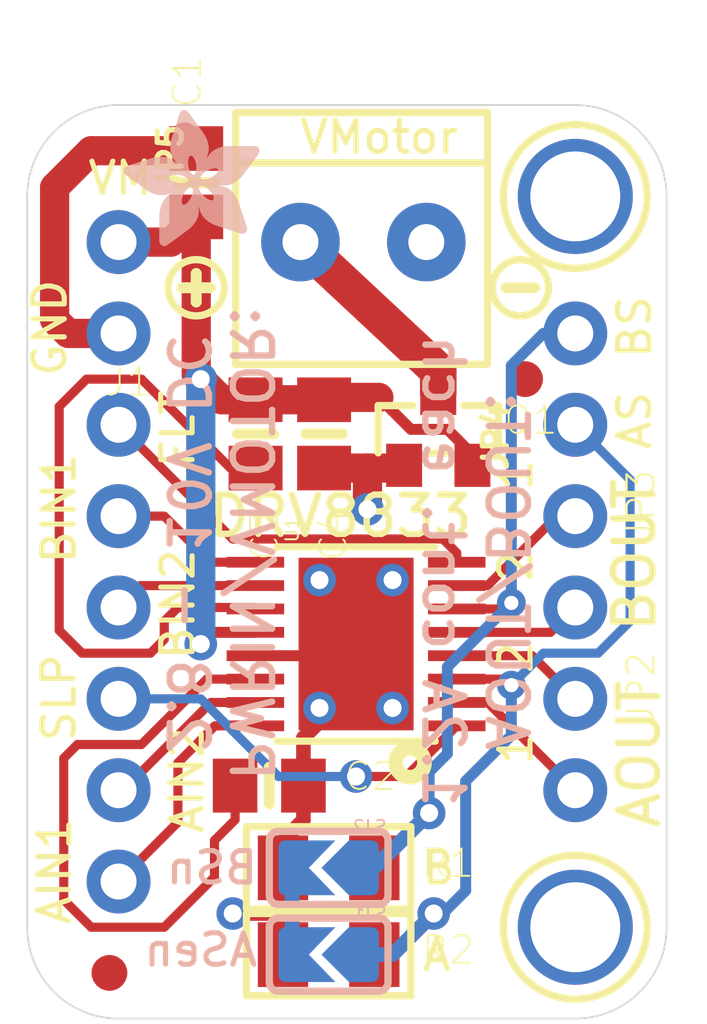
<source format=kicad_pcb>
(kicad_pcb (version 20211014) (generator pcbnew)
  (layers (0 "F.Cu" signal) (31 "B.Cu" signal) (34 "B.Paste" user) (35 "F.Paste" user) (36 "B.SilkS" user "B.Silkscreen") (37 "F.SilkS" user "F.Silkscreen") (38 "B.Mask" user) (39 "F.Mask" user) (44 "Edge.Cuts" user))
  (net 0 "")
  (net 1 "BSEN")
  (net 2 "GND")
  (net 3 "ASEN")
  (net 4 "PWRIN")
  (net 5 "VMOTOR")
  (net 6 "AOUT1")
  (net 7 "AOUT2")
  (net 8 "BOUT2")
  (net 9 "BOUT1")
  (net 10 "VINT")
  (net 11 "N$8")
  (net 12 "~{SLEEP}")
  (net 13 "AIN1")
  (net 14 "AIN2")
  (net 15 "BIN1")
  (net 16 "BIN2")
  (net 17 "NFAULT")
  (footprint "boardEagle:1X02_ROUND" (layer "F.Cu") (at 154.8511 110.0836 -90)
    (fp_text reference "JP2" (at -2.6162 -1.8288 90) (layer "F.SilkS") (effects (font (size 0.74615 0.74615) (thickness 0.06665)) (justify right)))
    (fp_text value "")
    (pad "1" thru_hole circle (at -1.27 0) (size 1.778 1.778) (drill 1) (layers *.Cu *.Mask) (net 7 "AOUT2"))
    (pad "2" thru_hole circle (at 1.27 0) (size 1.778 1.778) (drill 1) (layers *.Cu *.Mask) (net 6 "AOUT1"))
  )
  (footprint "boardEagle:SYMBOL_MINUS" (layer "F.Cu") (at 153.3271 97.3836)
    (fp_text reference "U$16" hide)
    (fp_text value "" hide)
  )
  (footprint "boardEagle:HTSSOP16" (layer "F.Cu") (at 148.7551 107.2896 90)
    (fp_text reference "U1" (at 2.794 -1.778 90) (layer "F.SilkS") (effects (font (size 0.35308 0.35308) (thickness 0.05332)) (justify left)))
    (fp_text value "DRV8833PWPR")
    (pad "1" smd rect (at -2.275 2.8 90) (size 0.3 1.6) (layers "F.Cu" "F.Paste" "F.Mask") (net 12 "~{SLEEP}"))
    (pad "2" smd rect (at -1.625 2.8 90) (size 0.3 1.6) (layers "F.Cu" "F.Paste" "F.Mask") (net 6 "AOUT1"))
    (pad "3" smd rect (at -0.975 2.8 90) (size 0.3 1.6) (layers "F.Cu" "F.Paste" "F.Mask") (net 3 "ASEN"))
    (pad "4" smd rect (at -0.325 2.8 90) (size 0.3 1.6) (layers "F.Cu" "F.Paste" "F.Mask") (net 7 "AOUT2"))
    (pad "5" smd rect (at 0.325 2.8 90) (size 0.3 1.6) (layers "F.Cu" "F.Paste" "F.Mask") (net 8 "BOUT2"))
    (pad "6" smd rect (at 0.975 2.8 90) (size 0.3 1.6) (layers "F.Cu" "F.Paste" "F.Mask") (net 1 "BSEN"))
    (pad "7" smd rect (at 1.625 2.8 90) (size 0.3 1.6) (layers "F.Cu" "F.Paste" "F.Mask") (net 9 "BOUT1"))
    (pad "8" smd rect (at 2.275 2.8 90) (size 0.3 1.6) (layers "F.Cu" "F.Paste" "F.Mask") (net 17 "NFAULT"))
    (pad "9" smd rect (at 2.275 -2.8 90) (size 0.3 1.6) (layers "F.Cu" "F.Paste" "F.Mask") (net 15 "BIN1"))
    (pad "10" smd rect (at 1.625 -2.8 90) (size 0.3 1.6) (layers "F.Cu" "F.Paste" "F.Mask") (net 16 "BIN2"))
    (pad "11" smd rect (at 0.975 -2.8 90) (size 0.3 1.6) (layers "F.Cu" "F.Paste" "F.Mask") (net 11 "N$8"))
    (pad "12" smd rect (at 0.325 -2.8 90) (size 0.3 1.6) (layers "F.Cu" "F.Paste" "F.Mask") (net 5 "VMOTOR"))
    (pad "13" smd rect (at -0.325 -2.8 90) (size 0.3 1.6) (layers "F.Cu" "F.Paste" "F.Mask") (net 2 "GND"))
    (pad "14" smd rect (at -0.975 -2.8 90) (size 0.3 1.6) (layers "F.Cu" "F.Paste" "F.Mask") (net 10 "VINT"))
    (pad "15" smd rect (at -1.625 -2.8 90) (size 0.3 1.6) (layers "F.Cu" "F.Paste" "F.Mask") (net 14 "AIN2"))
    (pad "16" smd rect (at -2.275 -2.8 90) (size 0.3 1.6) (layers "F.Cu" "F.Paste" "F.Mask") (net 13 "AIN1"))
    (pad "PPAD" smd rect (at 0 0 90) (size 4.8 3.2) (layers "F.Cu" "F.Mask") (net 2 "GND"))
  )
  (footprint "boardEagle:MOUNTINGHOLE_2.5_PLATED" (layer "F.Cu") (at 154.8511 94.8436)
    (fp_text reference "U$13" hide)
    (fp_text value "MOUNTINGHOLE2.5" hide)
    (pad "P$1" thru_hole circle (at 0 0) (size 3.2 3.2) (drill 2.5) (layers *.Cu *.Mask))
  )
  (footprint "boardEagle:FIDUCIAL_1MM" (layer "F.Cu") (at 141.8971 116.4336)
    (fp_text reference "FID2" hide)
    (fp_text value "FIDUCIAL\"\"" hide)
    (pad "1" smd roundrect (at 0 0) (size 1 1) (layers "F.Cu" "F.Mask") (roundrect_rratio 0.5))
  )
  (footprint "boardEagle:_1206" (layer "F.Cu") (at 147.9931 115.9256)
    (fp_text reference "R2" (at 2.54 -0.127) (layer "F.SilkS") (effects (font (size 0.75948 0.75948) (thickness 0.05332)) (justify left)))
    (fp_text value "0.2Ω")
    (pad "1" smd rect (at -1.27 0) (size 1.4 1.8) (layers "F.Cu" "F.Paste" "F.Mask") (net 2 "GND"))
    (pad "2" smd rect (at 1.27 0) (size 1.4 1.8) (layers "F.Cu" "F.Paste" "F.Mask") (net 3 "ASEN"))
  )
  (footprint "boardEagle:1X08_ROUND_70" (layer "F.Cu") (at 142.1511 105.0036 -90)
    (fp_text reference "JP5" (at -10.2362 -1.8288 -90) (layer "F.SilkS") (effects (font (size 0.666496 0.666496) (thickness 0.146304)) (justify left bottom)))
    (fp_text value "")
    (pad "1" thru_hole circle (at -8.89 0) (size 1.778 1.778) (drill 1) (layers *.Cu *.Mask) (net 5 "VMOTOR"))
    (pad "2" thru_hole circle (at -6.35 0) (size 1.778 1.778) (drill 1) (layers *.Cu *.Mask) (net 2 "GND"))
    (pad "3" thru_hole circle (at -3.81 0) (size 1.778 1.778) (drill 1) (layers *.Cu *.Mask) (net 17 "NFAULT"))
    (pad "4" thru_hole circle (at -1.27 0) (size 1.778 1.778) (drill 1) (layers *.Cu *.Mask) (net 15 "BIN1"))
    (pad "5" thru_hole circle (at 1.27 0) (size 1.778 1.778) (drill 1) (layers *.Cu *.Mask) (net 16 "BIN2"))
    (pad "6" thru_hole circle (at 3.81 0) (size 1.778 1.778) (drill 1) (layers *.Cu *.Mask) (net 12 "~{SLEEP}"))
    (pad "7" thru_hole circle (at 6.35 0) (size 1.778 1.778) (drill 1) (layers *.Cu *.Mask) (net 14 "AIN2"))
    (pad "8" thru_hole circle (at 8.89 0) (size 1.778 1.778) (drill 1) (layers *.Cu *.Mask) (net 13 "AIN1"))
  )
  (footprint "boardEagle:_1206" (layer "F.Cu") (at 147.9931 113.5126)
    (fp_text reference "R1" (at 2.54 -0.127) (layer "F.SilkS") (effects (font (size 0.75948 0.75948) (thickness 0.05332)) (justify left)))
    (fp_text value "0.2Ω")
    (pad "1" smd rect (at -1.27 0) (size 1.4 1.8) (layers "F.Cu" "F.Paste" "F.Mask") (net 2 "GND"))
    (pad "2" smd rect (at 1.27 0) (size 1.4 1.8) (layers "F.Cu" "F.Paste" "F.Mask") (net 1 "BSEN"))
  )
  (footprint "boardEagle:0805-NO" (layer "F.Cu") (at 147.8661 101.4476 -90)
    (fp_text reference "C4" (at 2.032 -0.254 90) (layer "F.SilkS") (effects (font (size 0.75948 0.75948) (thickness 0.05332)) (justify right)))
    (fp_text value "10µF/16V")
    (pad "1" smd rect (at -0.95 0 270) (size 1.24 1.5) (layers "F.Cu" "F.Paste" "F.Mask") (net 5 "VMOTOR"))
    (pad "2" smd rect (at 0.95 0 270) (size 1.24 1.5) (layers "F.Cu" "F.Paste" "F.Mask") (net 2 "GND"))
  )
  (footprint "boardEagle:1X02_ROUND" (layer "F.Cu") (at 154.8511 105.0036 -90)
    (fp_text reference "JP3" (at -2.6162 -1.8288 90) (layer "F.SilkS") (effects (font (size 0.74615 0.74615) (thickness 0.06665)) (justify right)))
    (fp_text value "")
    (pad "1" thru_hole circle (at -1.27 0) (size 1.778 1.778) (drill 1) (layers *.Cu *.Mask) (net 9 "BOUT1"))
    (pad "2" thru_hole circle (at 1.27 0) (size 1.778 1.778) (drill 1) (layers *.Cu *.Mask) (net 8 "BOUT2"))
  )
  (footprint "boardEagle:SYMBOL_PLUS" (layer "F.Cu") (at 144.3101 97.3836)
    (fp_text reference "U$15" hide)
    (fp_text value "" hide)
  )
  (footprint "boardEagle:MOUNTINGHOLE_2.5_PLATED" (layer "F.Cu") (at 154.8511 115.1636)
    (fp_text reference "U$14" hide)
    (fp_text value "MOUNTINGHOLE2.5" hide)
    (pad "P$1" thru_hole circle (at 0 0) (size 3.2 3.2) (drill 2.5) (layers *.Cu *.Mask))
  )
  (footprint "boardEagle:SOT23-WIDE" (layer "F.Cu") (at 151.0411 101.3206)
    (fp_text reference "Q1" (at 1.778 -0.254) (layer "F.SilkS") (effects (font (size 0.75948 0.75948) (thickness 0.05332)) (justify left)))
    (fp_text value "DMG3415U")
    (pad "1" smd rect (at -0.95 1) (size 1 1.2) (layers "F.Cu" "F.Paste" "F.Mask") (net 2 "GND"))
    (pad "2" smd rect (at 0.95 1) (size 1 1.2) (layers "F.Cu" "F.Paste" "F.Mask") (net 5 "VMOTOR"))
    (pad "3" smd rect (at 0 -1) (size 1 1.2) (layers "F.Cu" "F.Paste" "F.Mask") (net 4 "PWRIN"))
  )
  (footprint "boardEagle:1X02_ROUND" (layer "F.Cu") (at 154.8511 99.9236 90)
    (fp_text reference "JP4" (at -2.6162 -1.8288 90) (layer "F.SilkS") (effects (font (size 0.666496 0.666496) (thickness 0.146304)) (justify left bottom)))
    (fp_text value "")
    (pad "1" thru_hole circle (at -1.27 0 180) (size 1.778 1.778) (drill 1) (layers *.Cu *.Mask) (net 3 "ASEN"))
    (pad "2" thru_hole circle (at 1.27 0 180) (size 1.778 1.778) (drill 1) (layers *.Cu *.Mask) (net 1 "BSEN"))
  )
  (footprint "boardEagle:0805-NO" (layer "F.Cu") (at 145.9611 101.4476 -90)
    (fp_text reference "C3" (at 2.032 -0.254 90) (layer "F.SilkS") (effects (font (size 0.75948 0.75948) (thickness 0.05332)) (justify right)))
    (fp_text value "0.1uF")
    (pad "1" smd rect (at -0.95 0 270) (size 1.24 1.5) (layers "F.Cu" "F.Paste" "F.Mask") (net 5 "VMOTOR"))
    (pad "2" smd rect (at 0.95 0 270) (size 1.24 1.5) (layers "F.Cu" "F.Paste" "F.Mask") (net 11 "N$8"))
  )
  (footprint "boardEagle:TERMBLOCK_1X2-3.5MM" (layer "F.Cu") (at 149.0091 96.1136 180)
    (fp_text reference "J1" (at 5.89 -3.89) (layer "F.SilkS") (effects (font (size 0.75948 0.75948) (thickness 0.05332)) (justify right)))
    (fp_text value "VMOTORIN" hide)
    (pad "1" thru_hole circle (at 1.8 0 180) (size 2.1844 2.1844) (drill 1) (layers *.Cu *.Mask) (net 4 "PWRIN"))
    (pad "2" thru_hole circle (at -1.7 0 180) (size 2.1844 2.1844) (drill 1) (layers *.Cu *.Mask) (net 2 "GND"))
  )
  (footprint "boardEagle:0805-NO" (layer "F.Cu") (at 146.3421 111.2266)
    (fp_text reference "C2" (at 2.032 -0.254) (layer "F.SilkS") (effects (font (size 0.75948 0.75948) (thickness 0.05332)) (justify left)))
    (fp_text value "10µF")
    (pad "1" smd rect (at -0.95 0) (size 1.24 1.5) (layers "F.Cu" "F.Paste" "F.Mask") (net 10 "VINT"))
    (pad "2" smd rect (at 0.95 0) (size 1.24 1.5) (layers "F.Cu" "F.Paste" "F.Mask") (net 2 "GND"))
  )
  (footprint "boardEagle:FIDUCIAL_1MM" (layer "F.Cu") (at 153.4541 99.9236)
    (fp_text reference "FID1" hide)
    (fp_text value "FIDUCIAL\"\"" hide)
    (pad "1" smd roundrect (at 0 0) (size 1 1) (layers "F.Cu" "F.Mask") (roundrect_rratio 0.5))
  )
  (footprint "boardEagle:0805-NO" (layer "F.Cu") (at 144.3101 94.4626 90)
    (fp_text reference "C1" (at 2.032 -0.254 90) (layer "F.SilkS") (effects (font (size 0.75948 0.75948) (thickness 0.05332)) (justify left)))
    (fp_text value "10µF/16V")
    (pad "1" smd rect (at -0.95 0 90) (size 1.24 1.5) (layers "F.Cu" "F.Paste" "F.Mask") (net 5 "VMOTOR"))
    (pad "2" smd rect (at 0.95 0 90) (size 1.24 1.5) (layers "F.Cu" "F.Paste" "F.Mask") (net 2 "GND"))
  )
  (footprint "boardEagle:ADAFRUIT_3.5MM" (layer "B.Cu") (at 146.0881 96.2406 180)
    (fp_text reference "U$17" hide)
    (fp_text value "" hide)
  )
  (footprint "boardEagle:SOLDERJUMPER_ARROW_NOPASTE" (layer "B.Cu") (at 147.9931 115.9256 180)
    (fp_text reference "SJ1" (at -1.651 1.143) (layer "B.SilkS") (effects (font (size 0.35308 0.35308) (thickness 0.05332)) (justify left mirror)))
    (fp_text value "ISENSEA")
    (fp_poly (pts (xy 1.1684 -0.762) (xy -0.186831 -0.762) (xy 0.548892 0) (xy -0.186831 0.762) (xy 1.1684 0.762)) (layer "B.Cu") (width 0) (fill solid))
    (fp_poly (pts (xy 0.201021 0) (xy -0.560979 -0.762) (xy -1.1684 -0.762) (xy -1.1684 0.762) (xy -0.560979 0.762)) (layer "B.Cu") (width 0) (fill solid))
    (pad "1" smd roundrect (at -1.016 0 180) (size 0.762 1.524) (layers "B.Cu") (net 3 "ASEN"))
    (pad "2" smd roundrect (at 1.016 0 180) (size 0.762 1.524) (layers "B.Cu") (net 2 "GND"))
  )
  (footprint "boardEagle:SOLDERJUMPER_ARROW_NOPASTE" (layer "B.Cu") (at 147.9931 113.5126 180)
    (fp_text reference "SJ2" (at -1.651 1.143) (layer "B.SilkS") (effects (font (size 0.35308 0.35308) (thickness 0.05332)) (justify left mirror)))
    (fp_text value "ISENSEB")
    (fp_poly (pts (xy 1.1684 -0.762) (xy -0.186831 -0.762) (xy 0.548892 0) (xy -0.186831 0.762) (xy 1.1684 0.762)) (layer "B.Cu") (width 0) (fill solid))
    (fp_poly (pts (xy 0.201021 0) (xy -0.560979 -0.762) (xy -1.1684 -0.762) (xy -1.1684 0.762) (xy -0.560979 0.762)) (layer "B.Cu") (width 0) (fill solid))
    (pad "1" smd roundrect (at -1.016 0 180) (size 0.762 1.524) (layers "B.Cu") (net 1 "BSEN"))
    (pad "2" smd roundrect (at 1.016 0 180) (size 0.762 1.524) (layers "B.Cu") (net 2 "GND"))
  )
  (gr_arc (start 154.8511 92.3036) (mid 156.647151 93.047549) (end 157.3911 94.8436) (layer "Edge.Cuts") (width 0.05))
  (gr_line (start 154.8511 117.7036) (end 142.1511 117.7036) (layer "Edge.Cuts") (width 0.05))
  (gr_line (start 157.3911 94.8436) (end 157.3911 115.1636) (layer "Edge.Cuts") (width 0.05))
  (gr_line (start 139.6111 115.1636) (end 139.6111 94.8436) (layer "Edge.Cuts") (width 0.05))
  (gr_line (start 142.1511 92.3036) (end 154.8511 92.3036) (layer "Edge.Cuts") (width 0.05))
  (gr_arc (start 157.3911 115.1636) (mid 156.647151 116.959651) (end 154.8511 117.7036) (layer "Edge.Cuts") (width 0.05))
  (gr_arc (start 139.6111 94.8436) (mid 140.355049 93.047549) (end 142.1511 92.3036) (layer "Edge.Cuts") (width 0.05))
  (gr_arc (start 142.1511 117.7036) (mid 140.355049 116.959651) (end 139.6111 115.1636) (layer "Edge.Cuts") (width 0.05))
  (gr_text "BSn" (at 146.0881 114.0206) (layer "B.SilkS") (effects (font (size 0.87376 0.87376) (thickness 0.14224)) (justify left bottom mirror)))
  (gr_text "AOUT/BOUT:\n1.2A cont. each" (at 152.0571 105.2576 -90) (layer "B.SilkS") (effects (font (size 1.0922 1.0922) (thickness 0.1778)) (justify mirror)))
  (gr_text "ASen" (at 146.0881 116.3066) (layer "B.SilkS") (effects (font (size 0.87376 0.87376) (thickness 0.14224)) (justify left bottom mirror)))
  (gr_text "PWRIN/VMOTOR:\n2.8 - 10V DC" (at 144.9451 104.4956 -90) (layer "B.SilkS") (effects (font (size 1.0922 1.0922) (thickness 0.1778)) (justify mirror)))
  (gr_text "DRV8833" (at 144.5641 104.3686) (layer "F.SilkS") (effects (font (size 1.0922 1.0922) (thickness 0.1778)) (justify left bottom)))
  (gr_text "1" (at 153.7081 110.7186 90) (layer "F.SilkS") (effects (font (size 0.87376 0.87376) (thickness 0.14224)) (justify left bottom)))
  (gr_text "VM" (at 143.1671 93.8276) (layer "F.SilkS") (effects (font (size 0.87376 0.87376) (thickness 0.14224)) (justify right top)))
  (gr_text "B" (at 150.5331 114.0206) (layer "F.SilkS") (effects (font (size 0.87376 0.87376) (thickness 0.14224)) (justify left bottom)))
  (gr_text "AOUT" (at 157.2641 112.4966 90) (layer "F.SilkS") (effects (font (size 1.0922 1.0922) (thickness 0.1778)) (justify left bottom)))
  (gr_text "AIN1" (at 140.8811 115.1636 90) (layer "F.SilkS") (effects (font (size 0.87376 0.87376) (thickness 0.14224)) (justify left bottom)))
  (gr_text "2" (at 153.7081 108.1786 90) (layer "F.SilkS") (effects (font (size 0.87376 0.87376) (thickness 0.14224)) (justify left bottom)))
  (gr_text "1" (at 153.7081 103.0986 90) (layer "F.SilkS") (effects (font (size 0.87376 0.87376) (thickness 0.14224)) (justify left bottom)))
  (gr_text "BIN2" (at 144.3101 107.7976 90) (layer "F.SilkS") (effects (font (size 0.87376 0.87376) (thickness 0.14224)) (justify left bottom)))
  (gr_text "VMotor" (at 151.6761 92.6846) (layer "F.SilkS") (effects (font (size 0.87376 0.87376) (thickness 0.14224)) (justify right top)))
  (gr_text "GND" (at 140.7541 99.9236 90) (layer "F.SilkS") (effects (font (size 0.87376 0.87376) (thickness 0.14224)) (justify left bottom)))
  (gr_text "AS" (at 157.0101 101.9556 90) (layer "F.SilkS") (effects (font (size 0.87376 0.87376) (thickness 0.14224)) (justify left bottom)))
  (gr_text "BOUT" (at 157.1371 107.0356 90) (layer "F.SilkS") (effects (font (size 1.0922 1.0922) (thickness 0.1778)) (justify left bottom)))
  (gr_text "BIN1" (at 141.0081 105.1306 90) (layer "F.SilkS") (effects (font (size 0.87376 0.87376) (thickness 0.14224)) (justify left bottom)))
  (gr_text "SLP" (at 141.0081 110.0836 90) (layer "F.SilkS") (effects (font (size 0.87376 0.87376) (thickness 0.14224)) (justify left bottom)))
  (gr_text "AIN2" (at 144.5641 112.6236 90) (layer "F.SilkS") (effects (font (size 0.87376 0.87376) (thickness 0.14224)) (justify left bottom)))
  (gr_text "A" (at 150.5331 116.4336) (layer "F.SilkS") (effects (font (size 0.87376 0.87376) (thickness 0.14224)) (justify left bottom)))
  (gr_text "FLT" (at 144.3101 102.4636 90) (layer "F.SilkS") (effects (font (size 0.87376 0.87376) (thickness 0.14224)) (justify left bottom)))
  (gr_text "2" (at 153.7081 105.6386 90) (layer "F.SilkS") (effects (font (size 0.87376 0.87376) (thickness 0.14224)) (justify left bottom)))
  (gr_text "BS" (at 157.0101 99.4156 90) (layer "F.SilkS") (effects (font (size 0.87376 0.87376) (thickness 0.14224)) (justify left bottom)))
  (segment (start 151.5551 106.3146) (end 152.9051 106.3146) (width 0.254) (layer "F.Cu") (net 1))
  (segment (start 149.2631 113.5126) (end 150.7871 111.9886) (width 0.4064) (layer "F.Cu") (net 1))
  (segment (start 152.9051 106.3146) (end 153.0731 106.1466) (width 0.254) (layer "F.Cu") (net 1))
  (via (at 153.0731 106.1466) (size 0.8001) (drill 0.3937) (layers "F.Cu" "B.Cu") (net 1))
  (via (at 150.7871 111.9886) (size 0.9064) (drill 0.5) (layers "F.Cu" "B.Cu") (net 1))
  (segment (start 153.0731 99.5426) (end 153.9621 98.6536) (width 0.3048) (layer "B.Cu") (net 1))
  (segment (start 149.0091 113.5126) (end 149.2631 113.5126) (width 0.4064) (layer "B.Cu") (net 1))
  (segment (start 151.2951 110.3376) (end 150.7871 110.8456) (width 0.3048) (layer "B.Cu") (net 1))
  (segment (start 151.2951 107.9246) (end 151.2951 110.3376) (width 0.3048) (layer "B.Cu") (net 1))
  (segment (start 150.7871 110.8456) (end 150.7871 111.9886) (width 0.3048) (layer "B.Cu") (net 1))
  (segment (start 153.0731 106.1466) (end 153.0731 99.5426) (width 0.3048) (layer "B.Cu") (net 1))
  (segment (start 153.0731 106.1466) (end 151.2951 107.9246) (width 0.3048) (layer "B.Cu") (net 1))
  (segment (start 149.2631 113.5126) (end 150.7871 111.9886) (width 0.4064) (layer "B.Cu") (net 1))
  (segment (start 153.9621 98.6536) (end 154.8511 98.6536) (width 0.3048) (layer "B.Cu") (net 1))
  (segment (start 147.9931 109.1946) (end 148.5011 108.6866) (width 0.4064) (layer "F.Cu") (net 2))
  (segment (start 146.7231 114.7826) (end 145.3261 114.7826) (width 0.4064) (layer "F.Cu") (net 2))
  (segment (start 147.2921 112.1816) (end 146.7231 112.7506) (width 0.4064) (layer "F.Cu") (net 2))
  (segment (start 147.9931 109.1946) (end 147.9931 107.7416) (width 0.4064) (layer "F.Cu") (net 2))
  (segment (start 142.1511 98.6536) (end 140.7541 98.6536) (width 0.8128) (layer "F.Cu") (net 2))
  (segment (start 148.4301 107.6146) (end 148.554472 107.589861) (width 0.3048) (layer "F.Cu") (net 2))
  (segment (start 146.7231 112.7506) (end 146.7231 113.5126) (width 0.4064) (layer "F.Cu") (net 2))
  (segment (start 144.2491 93.5736) (end 144.3101 93.5126) (width 0.8128) (layer "F.Cu") (net 2))
  (segment (start 148.65991 107.51941) (end 148.7551 107.2896) (width 0.3048) (layer "F.Cu") (net 2))
  (segment (start 145.9551 107.6146) (end 148.1201 107.6146) (width 0.3048) (layer "F.Cu") (net 2))
  (segment (start 146.7231 113.5126) (end 146.7231 115.9256) (width 0.4064) (layer "F.Cu") (net 2))
  (segment (start 147.2921 111.2266) (end 147.2921 112.1816) (width 0.4064) (layer "F.Cu") (net 2))
  (segment (start 149.905206 102.3976) (end 149.905206 102.3976) (width 0.8128) (layer "F.Cu") (net 2))
  (segment (start 147.9931 107.7416) (end 148.1201 107.6146) (width 0.4064) (layer "F.Cu") (net 2))
  (segment (start 146.7231 115.9256) (end 146.7231 114.7826) (width 0.4064) (layer "F.Cu") (net 2))
  (segment (start 149.0726 102.3976) (end 149.0726 103.5431) (width 0.8128) (layer "F.Cu") (net 2))
  (segment (start 140.3731 94.5896) (end 141.3891 93.5736) (width 0.8128) (layer "F.Cu") (net 2))
  (segment (start 149.905206 102.3976) (end 149.0726 102.3976) (width 0.8128) (layer "F.Cu") (net 2))
  (segment (start 147.2921 109.8956) (end 147.9931 109.1946) (width 0.4064) (layer "F.Cu") (net 2))
  (segment (start 147.8661 102.3976) (end 149.0726 102.3976) (width 0.8128) (layer "F.Cu") (net 2))
  (segment (start 144.3101 93.5126) (end 143.9901 93.1926) (width 0.8128) (layer "F.Cu") (net 2))
  (segment (start 149.905206 102.3976) (end 150.0911 102.3206) (width 0.8128) (layer "F.Cu") (net 2))
  (segment (start 148.1201 107.6146) (end 148.4301 107.6146) (width 0.3048) (layer "F.Cu") (net 2))
  (segment (start 141.3891 93.5736) (end 144.2491 93.5736) (width 0.8128) (layer "F.Cu") (net 2))
  (segment (start 147.2921 111.2266) (end 147.2921 109.8956) (width 0.4064) (layer "F.Cu") (net 2))
  (segment (start 140.7541 98.6536) (end 140.3731 98.2726) (width 0.8128) (layer "F.Cu") (net 2))
  (segment (start 148.4301 107.6146) (end 148.4301 107.6146) (width 0.3048) (layer "F.Cu") (net 2))
  (segment (start 148.554472 107.589861) (end 148.65991 107.51941) (width 0.3048) (layer "F.Cu") (net 2))
  (segment (start 140.3731 98.2726) (end 140.3731 94.5896) (width 0.8128) (layer "F.Cu") (net 2))
  (via (at 149.7711 109.0676) (size 0.9064) (drill 0.5) (layers "F.Cu" "B.Cu") (net 2))
  (via (at 149.0726 103.5431) (size 0.9064) (drill 0.5) (layers "F.Cu" "B.Cu") (net 2))
  (via (at 147.7391 105.5116) (size 0.9064) (drill 0.5) (layers "F.Cu" "B.Cu") (net 2))
  (via (at 145.3261 114.7826) (size 0.9064) (drill 0.5) (layers "F.Cu" "B.Cu") (net 2))
  (via (at 147.7391 109.0676) (size 0.9064) (drill 0.5) (layers "F.Cu" "B.Cu") (net 2))
  (via (at 149.7711 105.5116) (size 0.9064) (drill 0.5) (layers "F.Cu" "B.Cu") (net 2))
  (segment (start 149.0726 103.5431) (end 149.2631 103.3526) (width 0.4064) (layer "B.Cu") (net 2))
  (segment (start 146.9771 115.9256) (end 146.9771 113.5126) (width 0.4064) (layer "B.Cu") (net 2))
  (segment (start 152.9051 108.2646) (end 153.0731 108.4326) (width 0.254) (layer "F.Cu") (net 3))
  (segment (start 151.5551 108.2646) (end 152.9051 108.2646) (width 0.254) (layer "F.Cu") (net 3))
  (segment (start 149.7711 115.9256) (end 150.9141 114.7826) (width 0.4064) (layer "F.Cu") (net 3))
  (segment (start 149.2631 115.9256) (end 149.7711 115.9256) (width 0.4064) (layer "F.Cu") (net 3))
  (via (at 150.9141 114.7826) (size 0.9064) (drill 0.5) (layers "F.Cu" "B.Cu") (net 3))
  (via (at 153.0731 108.4326) (size 0.8001) (drill 0.3937) (layers "F.Cu" "B.Cu") (net 3))
  (segment (start 156.3751 102.7176) (end 154.8511 101.1936) (width 0.254) (layer "B.Cu") (net 3))
  (segment (start 153.0731 109.8296) (end 153.0731 108.4326) (width 0.3048) (layer "B.Cu") (net 3))
  (segment (start 151.1681 114.7826) (end 150.9141 114.7826) (width 0.254) (layer "B.Cu") (net 3))
  (segment (start 149.7711 115.9256) (end 150.9141 114.7826) (width 0.4064) (layer "B.Cu") (net 3))
  (segment (start 153.9621 107.5436) (end 153.0731 108.4326) (width 0.254) (layer "B.Cu") (net 3))
  (segment (start 151.8031 114.1476) (end 151.1681 114.7826) (width 0.3048) (layer "B.Cu") (net 3))
  (segment (start 156.3751 106.6546) (end 156.3751 102.7176) (width 0.254) (layer "B.Cu") (net 3))
  (segment (start 155.4861 107.5436) (end 156.3751 106.6546) (width 0.254) (layer "B.Cu") (net 3))
  (segment (start 151.8031 111.0996) (end 153.0731 109.8296) (width 0.3048) (layer "B.Cu") (net 3))
  (segment (start 149.0091 115.9256) (end 149.7711 115.9256) (width 0.4064) (layer "B.Cu") (net 3))
  (segment (start 153.9621 107.5436) (end 155.4861 107.5436) (width 0.254) (layer "B.Cu") (net 3))
  (segment (start 151.8031 111.0996) (end 151.8031 114.1476) (width 0.3048) (layer "B.Cu") (net 3))
  (segment (start 151.0411 99.6916) (end 151.0411 100.3206) (width 1.016) (layer "F.Cu") (net 4))
  (segment (start 147.2091 96.1136) (end 151.0411 99.6916) (width 1.016) (layer "F.Cu") (net 4))
  (segment (start 147.8661 100.4976) (end 147.9321 100.4316) (width 0.8128) (layer "F.Cu") (net 5))
  (segment (start 151.9911 102.0166) (end 151.9911 102.3206) (width 0.4064) (layer "F.Cu") (net 5))
  (segment (start 145.9611 100.4976) (end 147.8661 100.4976) (width 0.8128) (layer "F.Cu") (net 5))
  (segment (start 151.2951 101.3206) (end 151.9911 102.0166) (width 0.3048) (layer "F.Cu") (net 5))
  (segment (start 142.1511 96.1136) (end 143.6091 96.1136) (width 0.8128) (layer "F.Cu") (net 5))
  (segment (start 145.0111 100.4976) (end 145.9611 100.4976) (width 0.8128) (layer "F.Cu") (net 5))
  (segment (start 144.3101 99.7966) (end 144.4371 99.9236) (width 0.8128) (layer "F.Cu") (net 5))
  (segment (start 149.3901 100.4316) (end 150.2791 101.3206) (width 0.3048) (layer "F.Cu") (net 5))
  (segment (start 150.2791 101.3206) (end 151.2951 101.3206) (width 0.3048) (layer "F.Cu") (net 5))
  (segment (start 144.3101 95.4126) (end 144.3101 99.7966) (width 0.8128) (layer "F.Cu") (net 5))
  (segment (start 145.9551 106.9646) (end 144.7621 106.9646) (width 0.3048) (layer "F.Cu") (net 5))
  (segment (start 147.9321 100.4316) (end 149.3901 100.4316) (width 0.8128) (layer "F.Cu") (net 5))
  (segment (start 143.6091 96.1136) (end 144.3101 95.4126) (width 0.8128) (layer "F.Cu") (net 5))
  (segment (start 144.4371 99.9236) (end 145.0111 100.4976) (width 0.8128) (layer "F.Cu") (net 5))
  (segment (start 144.7621 106.9646) (end 144.4371 107.2896) (width 0.3048) (layer "F.Cu") (net 5))
  (via (at 144.4371 99.9236) (size 0.9064) (drill 0.5) (layers "F.Cu" "B.Cu") (net 5))
  (via (at 144.4371 107.2896) (size 0.9064) (drill 0.5) (layers "F.Cu" "B.Cu") (net 5))
  (segment (start 144.4371 107.2896) (end 144.4371 99.9236) (width 0.8128) (layer "B.Cu") (net 5))
  (segment (start 152.4121 108.9146) (end 154.8511 111.3536) (width 0.254) (layer "F.Cu") (net 6))
  (segment (start 151.5551 108.9146) (end 152.4121 108.9146) (width 0.254) (layer "F.Cu") (net 6))
  (segment (start 153.6521 107.6146) (end 154.8511 108.8136) (width 0.254) (layer "F.Cu") (net 7))
  (segment (start 151.5551 107.6146) (end 153.6521 107.6146) (width 0.254) (layer "F.Cu") (net 7))
  (segment (start 154.1601 106.9646) (end 154.8511 106.2736) (width 0.254) (layer "F.Cu") (net 8))
  (segment (start 151.5551 106.9646) (end 154.1601 106.9646) (width 0.254) (layer "F.Cu") (net 8))
  (segment (start 152.4121 105.6646) (end 154.3431 103.7336) (width 0.254) (layer "F.Cu") (net 9))
  (segment (start 151.5551 105.6646) (end 152.4121 105.6646) (width 0.254) (layer "F.Cu") (net 9))
  (segment (start 154.3431 103.7336) (end 154.8511 103.7336) (width 0.254) (layer "F.Cu") (net 9))
  (segment (start 141.0081 110.0836) (end 140.6271 110.4646) (width 0.254) (layer "F.Cu") (net 10))
  (segment (start 140.6271 114.4016) (end 141.3891 115.1636) (width 0.254) (layer "F.Cu") (net 10))
  (segment (start 143.4211 115.1636) (end 144.8181 113.7666) (width 0.254) (layer "F.Cu") (net 10))
  (segment (start 141.3891 115.1636) (end 143.4211 115.1636) (width 0.254) (layer "F.Cu") (net 10))
  (segment (start 142.7861 110.0836) (end 141.0081 110.0836) (width 0.254) (layer "F.Cu") (net 10))
  (segment (start 140.6271 110.4646) (end 140.6271 114.4016) (width 0.254) (layer "F.Cu") (net 10))
  (segment (start 144.8181 113.7666) (end 144.8181 112.7506) (width 0.254) (layer "F.Cu") (net 10))
  (segment (start 145.3921 111.2266) (end 145.3921 112.1766) (width 0.254) (layer "F.Cu") (net 10))
  (segment (start 145.9551 108.2646) (end 144.6051 108.2646) (width 0.254) (layer "F.Cu") (net 10))
  (segment (start 144.6051 108.2646) (end 142.7861 110.0836) (width 0.254) (layer "F.Cu") (net 10))
  (segment (start 144.8181 112.7506) (end 145.3921 112.1766) (width 0.254) (layer "F.Cu") (net 10))
  (segment (start 143.4211 106.6546) (end 143.8021 106.2736) (width 0.254) (layer "F.Cu") (net 11))
  (segment (start 143.0401 107.5436) (end 141.1351 107.5436) (width 0.254) (layer "F.Cu") (net 11))
  (segment (start 143.4211 107.1626) (end 143.0401 107.5436) (width 0.254) (layer "F.Cu") (net 11))
  (segment (start 143.4211 106.6546) (end 143.4211 107.1626) (width 0.254) (layer "F.Cu") (net 11))
  (segment (start 140.5001 100.6856) (end 141.2621 99.9236) (width 0.254) (layer "F.Cu") (net 11))
  (segment (start 145.9611 102.3976) (end 145.2601 102.3976) (width 0.254) (layer "F.Cu") (net 11))
  (segment (start 141.1351 107.5436) (end 140.5001 106.9086) (width 0.254) (layer "F.Cu") (net 11))
  (segment (start 142.7861 99.9236) (end 145.2601 102.3976) (width 0.254) (layer "F.Cu") (net 11))
  (segment (start 143.8021 106.2736) (end 145.9141 106.2736) (width 0.254) (layer "F.Cu") (net 11))
  (segment (start 145.9141 106.2736) (end 145.9551 106.3146) (width 0.254) (layer "F.Cu") (net 11))
  (segment (start 141.2621 99.9236) (end 142.7861 99.9236) (width 0.254) (layer "F.Cu") (net 11))
  (segment (start 140.5001 106.9086) (end 140.5001 100.6856) (width 0.254) (layer "F.Cu") (net 11))
  (segment (start 148.7551 110.9726) (end 150.1471 110.9726) (width 0.254) (layer "F.Cu") (net 12))
  (segment (start 150.1471 110.9726) (end 151.5551 109.5646) (width 0.254) (layer "F.Cu") (net 12))
  (via (at 148.7551 110.9726) (size 0.9064) (drill 0.5) (layers "F.Cu" "B.Cu") (net 12))
  (segment (start 144.4371 108.8136) (end 142.1511 108.8136) (width 0.254) (layer "B.Cu") (net 12))
  (segment (start 146.5961 110.9726) (end 144.4371 108.8136) (width 0.254) (layer "B.Cu") (net 12))
  (segment (start 146.5961 110.9726) (end 148.7551 110.9726) (width 0.254) (layer "B.Cu") (net 12))
  (segment (start 144.8291 109.5646) (end 143.8021 110.5916) (width 0.254) (layer "F.Cu") (net 13))
  (segment (start 143.8021 110.5916) (end 143.8021 112.2426) (width 0.254) (layer "F.Cu") (net 13))
  (segment (start 145.9551 109.5646) (end 144.8291 109.5646) (width 0.254) (layer "F.Cu") (net 13))
  (segment (start 143.8021 112.2426) (end 142.1511 113.8936) (width 0.254) (layer "F.Cu") (net 13))
  (segment (start 144.7171 108.9146) (end 142.2781 111.3536) (width 0.254) (layer "F.Cu") (net 14))
  (segment (start 142.2781 111.3536) (end 142.1511 111.3536) (width 0.254) (layer "F.Cu") (net 14))
  (segment (start 145.9551 108.9146) (end 144.7171 108.9146) (width 0.254) (layer "F.Cu") (net 14))
  (segment (start 144.7021 105.0146) (end 143.4211 103.7336) (width 0.254) (layer "F.Cu") (net 15))
  (segment (start 143.4211 103.7336) (end 142.1511 103.7336) (width 0.254) (layer "F.Cu") (net 15))
  (segment (start 145.9551 105.0146) (end 144.7021 105.0146) (width 0.254) (layer "F.Cu") (net 15))
  (segment (start 145.9551 105.6646) (end 142.7601 105.6646) (width 0.254) (layer "F.Cu") (net 16))
  (segment (start 142.7601 105.6646) (end 142.1511 106.2736) (width 0.254) (layer "F.Cu") (net 16))
  (segment (start 151.1681 104.3686) (end 145.3261 104.3686) (width 0.254) (layer "F.Cu") (net 17))
  (segment (start 151.1681 104.3686) (end 151.5551 104.7556) (width 0.254) (layer "F.Cu") (net 17))
  (segment (start 151.5551 104.7556) (end 151.5551 105.0146) (width 0.254) (layer "F.Cu") (net 17))
  (segment (start 145.3261 104.3686) (end 142.1511 101.1936) (width 0.254) (layer "F.Cu") (net 17))
)
</source>
